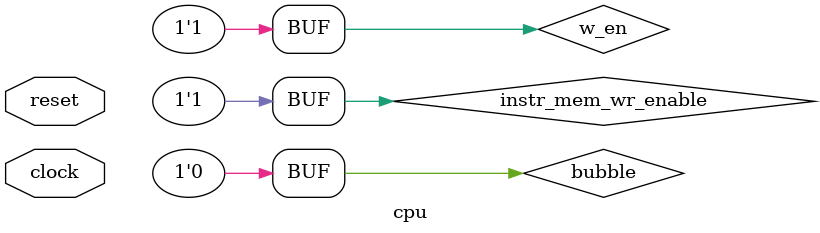
<source format=v>
`include "signextend.v"
`include "zero_extend.v"
`include "myand.v"
`include "myor.v"
`include "pc.v"
`include "instruction_mem.v"
`include "ALU_Control.v"
`include "Comparator.v"
`include "FU.v"
`include "HDU.v"
`include "ALU.v"
`include "Add_2.v"
`include "Adder.v"
`include "shiftleft1.v"
`include "Register_File.v"
`include "Buffer.v"
`include "CAUSE_EPC.v"
`include "data_memory.v"
`include "mux_2param.v"
`include "Control_unit.v"

module cpu(
input clock,reset
);

reg bubble = 1'b0;
wire [15:0] pcAddtwo, branchjumpaddr;
//wires for Main ALU
wire signed [15:0] imdd,Op1,Op2,result,R0;
wire [2:0] alu_control_out;
wire Zero, Pos, Neg;
//wires for ALU Control
wire [1:0] ALUOP;
wire [2:0] ALU_Control;

//wires for IF_ID_BUFFER
wire IF_ID_Write;
wire [15:0] PC_PLUS2;
wire [15:0] Current_Instruction;
wire [584:0] IF_ID_buffer_in;
wire [584:0] IF_ID_buffer_out;
wire [15:0] PC_PLUS2_out;
wire IF_Flush;

//wires for ID_EX_BUFFER
wire [15:0] ADDER2_result, ADDER2_result_out, ADD_result_1;
wire [3:0] Function_code;
wire [15:0] Current_Instruction_out;
wire [15:0] ALU_result;
wire [136:0] ID_EX_buffer_in;
wire [136:0] ID_EX_buffer_out;
wire [15:0] ALU_result_out;
wire [15:0] JumpAddress;
wire [24:0] WB_Control_Signals;

//wires for EX_MEM_BUFFER
wire [15:0] WB_MUX_OUT;
wire [120:0] EX_MEM_buffer_in;
wire [120:0] EX_MEM_buffer_out;
wire signed [15:0]  Result;
wire [1:0] ForwardA,ForwardB;

//wires for MEM_WB_BUFFER
wire [15:0] ADD_result;
wire [40:0] MEM_WB_buffer_in;
wire [40:0] MEM_WB_buffer_out;
wire [15:0] ReadData, ReadData_wb;

wire w_en = 1'b1; // Enable for all Buffers besides IF_ID

//MUX WIRES
wire [15:0] PC; //MUX 2
wire [15:0] MUX1_out;
wire [24:0] MUX3_out ,MUX5_out, MUX6_out;
wire [15:0] MUX4_out, MUX7_out, MUX8_out, MUX9_out, MUX10_out, MUX11_out, MUX12_out;
wire MUX13_out;

//And wire
wire PC_source;

//wires for Control Unit
wire [15:12] Opcode;
wire [24:0] Control_unit_out;
wire [1:0] WhichFlush;
wire ID_Flush, EX_Flush;
//wires for shiftleft1 in second stage
wire [11:0] shift_left1_input_second_stage;
wire [15:0] shift_left1_out_second_stage;
wire [15:0] shift_left1_out_third_stage;


wire signed [15:0] Read_Data_1_out, Read_Data_2_out;
wire [15:0] ALU_result_1_out, Sign_Extend_Immed_out;
wire [3:0] Register_RS_out, Register_RT_out;


wire [24:0] MUX5_IDEX_out,  MUX6_IDEX_out, WBCS, MCS;
wire [15:0] Adder2_result_exmem; 

wire [15:0] Result_exmem, MUX7_out_exmem;
wire [3:0] Register_RT_out_exmem, Register_RT_wb; 

wire [15:0]  Mem_address_wb, Memory_output_WB;
wire WB_RegWrite,WB_MemtoReg;

wire Jump;
wire [24:0] WBCS_exmem, MCS_exmem;
wire signed [15:0] R0_out;
wire instr_mem_wr_enable = 1'b1;

wire [15:0] se4_16_out, se12_16_out, se8_16_out;
wire [15:0] ZeroExtend1;

wire Cause;
wire [15:0] EPC;

wire [15:0] Memory_output_WB_ZE;

wire [15:0] MUX4_out_ID_EX;
wire Exception_Type;

wire [24:0] All_Control_Signals;

wire [15:0] Read_Data_1, Read_Data_2, shift_left1_out_ID_EX;
wire [1:0] Exception_Caught;
wire decodeflush_sel;
wire stall, PC_EN;
wire [15:0] instruction_IF_ID_IN, instruction_IF_ID_OUT;
//so we take the 2 most significant bits, truncate them on the right side and then we take the least one significant bit and truncate them on the left side.



//First stage -----Instruction Fetch//////////////////////////////////////////////////////////////////////

//MUX1
mux_2param #(.N(2), .X(16)) mux1(.A(MUX11_out), .B(16'h8000), .C(16'hxxxx), .D(16'hxxxx), .s(Exception_Caught), .out(MUX1_out));
//MUX2 DEMUX
//mux_2param #(.N(1), .X(16)) mux2(.A(instruction), .B(16'hxxxx), .C(16'hxxxx), .D(16'hxxxx), .s({{1'b0,All_Control_Signals[24]}}), .out(PC));


//Program Counter
pc Program_Counter(.clk(clock),.reset(reset),.pcsignal(!PC_EN), .pcin(MUX1_out), .pcout(instruction_IF_ID_IN));

//Instruction Memory
instruction_mem #(.WIDTH(16)) instructionmem_instant (.in(instruction_IF_ID_OUT), .wr_enable(instr_mem_wr_enable),.clock(clock),.reset(reset),.out(Current_Instruction));

//Add2_to_PC
Add_2 Add_2_PC(.A(instruction_IF_ID_IN), .R(PC_PLUS2));

/////////////////////////////////////////////////////////////
//Second Stage ------ Instruction Decode///////////////////////

//Registers
Register_File Register_File_instance (.clock (clock), .reset(reset),.Reg1(Current_Instruction_out[11:8]),.Reg2(Current_Instruction_out[7:4]),.WriteData(MUX12_out),.ReadData1(Read_Data_1),.ReadData2(Read_Data_2), .regwrite(WBCS_exmem[10]));


// Comparator
Comparator #(.BIT_WIDTH(16)) compareOps(.dataIn({Read_Data_1,Read_Data_2}), .equal(equal));

//Control Unit
Control_unit Main_control(.opcode(Current_Instruction_out[15:12]), .out(All_Control_Signals), .WhichFlush(WhichFlush), .IF_FLUSH(IF_Flush), .ID_FLUSH(ID_Flush), .EX_FLUSH(EX_Flush));

//OR gate
myor myor1(.A(stall), .B(ID_Flush), .C(decodeflush_sel));
myor myor2(.A(PC_Enable), .B(!All_Control_Signals[23]), .C(PC_EN));

//mux3
mux_2param #(.N(2), .X(25)) mux3(.A(All_Control_Signals),.B({{25{1'b0}}}),.C({{25{1'bx}}}),.D({{25{1'bx}}}),.s({{1'b0,decodeflush_sel}}),.out(MUX3_out));

//mux4
mux_2param #(.N(2), .X(16)) mux4(.A(se12_16_out),.B(se8_16_out),.C({16{1'bx}}),.D({16{1'bx}}),.s({{1'b0, All_Control_Signals[7]}}),.out(MUX4_out));

//shift-left1
shiftleft1 #(.sizeof_input(15),.sizeof_output(16)) shiftleft1(.shift_left1({{Current_Instruction_out[15:13],Current_Instruction_out[11:0]}}), .out(shift_left1_out_second_stage));

//shift-left1_MUX4_out_ID_EX
shiftleft1 #(.sizeof_input(16),.sizeof_output(16)) shiftleft1_2(.shift_left1(MUX4_out),.out(shift_left1_out_ID_EX));


//Hazard Detection Unit///////////////////////
HDU HDU_Unit(.Opcode(Current_Instruction_out[15:12]),.ID_EX_MemRead(WB_Control_Signals[18]),.equal(equal),.ID_EX_RT(Current_Instruction[11:8]),.ID_EX_RS(Current_Instruction[7:4]),.IF_ID_RS(Current_Instruction_out[7:4]),.IF_ID_RT(Current_Instruction_out[11:8]),.ALU_Result(Result),.R0(R0),.IF_ID_Write(IF_ID_Write),.stall(stall),.Exception_Caught(Exception_Caught),.PC_Enable(PC_Enable),.Cause(Cause),.WhichFlush(WhichFlush), .Op1(Op1), .Op2(Op2), .EX_MEM_RT(Register_RT_out_exmem), .EX_MEM_RegWrite(WBCS_exmem[10]),.ID_EX_RegWrite(WB_Control_Signals[10]));
//Sign Extensions
signextend #(.N(4)) signextend_4_16 (.A(Current_Instruction_out[3:0]), .B(se4_16_out));
signextend #(.N(12)) signextend_12_16 (.A(Current_Instruction_out[11:0]), .B(se12_16_out));
signextend #(.N(8)) signextend_8_16 (.A(Current_Instruction_out[7:0]), .B(se8_16_out));
//Adder2_result
Adder Adder2 (.A(PC_PLUS2_out),.B(shift_left1_out_ID_EX), .R(ADDER2_result));
//MUX5
mux_2param #(.N(2), .X(25)) mux5(.A(MUX3_out),.B({25{1'b0}}),.C({25{1'b0}}),.D({25{1'b0}}),.s({1'b0,EX_Flush}),.out(MUX5_out));
//MUX6
mux_2param #(.N(2), .X(25)) mux6(.A(MUX3_out),.B({25{1'b0}}),.C({25{1'b0}}),.D({25{1'b0}}),.s({1'b0, All_Control_Signals[6]}),.out(MUX6_out));
	



//////////////////////////////////////////
///Third Stage - Instruction Execute/////

//Main ALU
ALU ALU_MAIN(.alu_control_out(ALU_Control),.immd(MUX9_out),.Op1(MUX7_out),.Op2(MUX9_out),.Pos(Pos),.Neg(Neg),.Result(Result), .R0(R0));
//ALU Control
ALU_Control ALUCONTROL(.ALUOP(WB_Control_Signals[12:11]), .function_code(Function_code), .ALU_Control(ALU_Control));

//MUX7
mux_2param #(.N(4),.X(16)) mux7(.A(Read_Data_2_out),.B(Read_Data_1_out),.C(MUX12_out),.D(MUX7_out_exmem),.s(ForwardA),.out(MUX7_out));

//MUX8///////////////////////////changed B from Read_Data_1_out to Sign_Extend_Immed_out, changed C from se4_16_out to MUX4_out_ID_EX////HEEEEEEEEEEEEEEEERRRRRRRRRREEEEEEEE///////////////
mux_2param #(.N(4),.X(16)) mux8(.A(Read_Data_2_out),.B(Sign_Extend_Immed_out),.C(MUX4_out_ID_EX),.D(ZeroExtend1),.s(WB_Control_Signals[14:13]),.out(MUX8_out));

//MUX9
mux_2param #(.N(4),.X(16)) mux9(.A(16'hxxxx),.B(MUX8_out),.C(MUX12_out),.D(MUX7_out_exmem),.s(ForwardB),.out(MUX9_out));


//ZeroExtend1
zero_extend zeroextend_instance1(.before_zero_extend(Read_Data_2_out[7:0]), .after_zero_extend(ZeroExtend1));

//Forwarding Unit
FU FORWARDING_UNIT(.EX_MEM_RegWrite(WBCS_exmem[10]), .MEM_WB_RegWrite(WB_RegWrite), .SwapOp(WB_Control_Signals[24]), .EX_MEM_RegisterRT(Register_RT_out_exmem), .ID_EX_RegisterRS(Current_Instruction_out[7:4]), .MEM_WB_RegisterRT(Register_RT_wb), .ForwardA(ForwardA), .ForwardB(ForwardB), .ID_EX_RegisterRT(Current_Instruction_out[11:8]));

//myand
myand a1(.A(WB_Control_Signals[20]), .B(MUX13_out), .C(PC_source));

//MUX10
mux_2param #(.N(2), .X(16)) mux10(.A(ADDER2_result_out),.B(ADD_result_1),.C({16{1'bx}}),.D({16{1'bx}}),.s({{1'b0, PC_source}}),.out(MUX10_out));
//MUX11
mux_2param #(.N(2), .X(16)) mux11(.A(MUX10_out),.B(JumpAddress),.C({16{1'bx}}),.D({16{1'bx}}),.s({{1'b0,WB_Control_Signals[20]}}),.out(MUX11_out));
//MUX13
mux_2param #(.N(3), .X(1)) mux13(.A(equal),.B(Pos),.C(Neg),.D(1'bx),.s(WB_Control_Signals[23:22]),.out(MUX13_out));

//Cause_EPC
CauseEpc CAUSE_EPC (.ALU_result1(ADD_result_1),.Exception_Type(Exception_Type),.EPC(EPC),.Cause(Cause));

//////////////////////////////////////////
///Fourth Stage - Data Memory
data_memory data_memory_instant (.MemWrite(WBCS_exmem[17]),.MemRead(WBCS_exmem[18]),.ReadAddr(MUX7_out_exmem),.WriteAddr(Result_exmem),.clk(clock),.rst(reset),.writeData(MUX7_out_exmem),.readData(ReadData),.MemSize(WBCS_exmem[16]),.MemD(WBCS_exmem[15]));


///Fifth Stage - Write back///////////////
zero_extend zeroextend_instance2(.before_zero_extend(ReadData[7:0]), .after_zero_extend(Memory_output_WB_ZE));

//MUX12
mux_2param #(.N(3),.X(16)) mux12(.A(Mem_address_wb),.B(ReadData_wb),.C(Memory_output_WB_ZE),.D(16'hxxxx),.s({1'b0,WB_MemtoReg}),.out(MUX12_out));



//Buffer Instances//////////////////////
//If_ID_Buffer
Buffer #(.N(48)) IF_ID_BUFFER(
		.clk(clock),
		.reset(!IF_Flush),
		.w_en(IF_ID_Write),
		.bubble(bubble),
        .buffer_in({PC_PLUS2 , instruction_IF_ID_IN,Current_Instruction }),
        .buffer_out({PC_PLUS2_out, instruction_IF_ID_OUT, Current_Instruction_out})    
        );
//ID_EX_Buffer
Buffer #(.N(199)) ID_EX_BUFFER(
		.clk(clock),
		.reset(reset),
		.w_en(w_en),
		.bubble(bubble),
        .buffer_in({MUX5_out, MUX6_out, shift_left1_out_second_stage, PC_PLUS2_out, MUX3_out, ADDER2_result, Read_Data_1, Read_Data_2,se4_16_out ,Current_Instruction_out[7:4], Current_Instruction_out[11:8], Current_Instruction_out[3:0],MUX4_out}),
        .buffer_out({MUX5_IDEX_out, MUX6_IDEX_out, JumpAddress,ADD_result_1, WB_Control_Signals, ADDER2_result_out, Read_Data_1_out, Read_Data_2_out, Sign_Extend_Immed_out, Register_RS_out, Register_RT_out, Function_code,MUX4_out_ID_EX})    
        );
//EX_MEM_Buffer
Buffer #(.N(102)) EX_MEM_BUFFER(
		.clk(clock),
		.reset(reset),
		.w_en(w_en),
		.bubble(bubble),
        .buffer_in({MUX5_IDEX_out, MUX6_IDEX_out, Result, R0, MUX7_out, Register_RT_out}),
        .buffer_out({WBCS_exmem, MCS_exmem, Result_exmem, R0_out, MUX7_out_exmem, Register_RT_out_exmem})    
        );
//MEM_WB_Buffer
Buffer #(.N(38)) MEM_WB_BUFFER(
		.clk(clock),
		.reset(reset),
		.w_en(w_en),
		.bubble(bubble),
        .buffer_in({WBCS_exmem[10],WBCS_exmem[9],ReadData, MUX7_out_exmem, Register_RT_out_exmem}),
        .buffer_out({WB_RegWrite,WB_MemtoReg,ReadData_wb, Mem_address_wb, Register_RT_wb})    
        );
		
endmodule

/////////////////////////////////////////////////////////////////////////////////////////////////////////////////////////////////////////////////////



 
 
 
 
 
 














</source>
